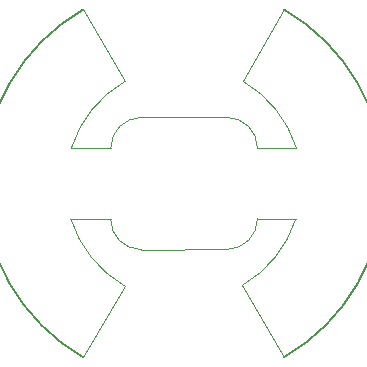
<source format=gbr>
%TF.GenerationSoftware,KiCad,Pcbnew,(7.0.0)*%
%TF.CreationDate,2024-02-03T20:29:28+01:00*%
%TF.ProjectId,Helios_emt,48656c69-6f73-45f6-956d-742e6b696361,rev?*%
%TF.SameCoordinates,PX9d5b340PY5f5e100*%
%TF.FileFunction,Profile,NP*%
%FSLAX46Y46*%
G04 Gerber Fmt 4.6, Leading zero omitted, Abs format (unit mm)*
G04 Created by KiCad (PCBNEW (7.0.0)) date 2024-02-03 20:29:28*
%MOMM*%
%LPD*%
G01*
G04 APERTURE LIST*
%TA.AperFunction,Profile*%
%ADD10C,0.100000*%
%TD*%
%TA.AperFunction,Profile*%
%ADD11C,0.150000*%
%TD*%
G04 APERTURE END LIST*
D10*
X-3604685Y-5598136D02*
X3670557Y-5583957D01*
X-4974228Y8631747D02*
X-8488077Y14729308D01*
X-9549465Y-3015620D02*
G75*
G03*
X-5000000Y-8676765I9549465J3015620D01*
G01*
X-5000000Y-8676765D02*
X-8488077Y-14729308D01*
X3670557Y-5584017D02*
G75*
G03*
X6248519Y-2998549I-4357J2582317D01*
G01*
X4973684Y-8632060D02*
G75*
G03*
X9500000Y-3000000I-4973684J8632060D01*
G01*
D11*
X-8488077Y14729307D02*
G75*
G03*
X-8488077Y-14729307I8486837J-14729307D01*
G01*
D10*
X-6169387Y2999129D02*
X-9500000Y3000000D01*
X6247047Y3010642D02*
G75*
G03*
X3661943Y5591849I-2584447J-3242D01*
G01*
X-6186036Y-3016824D02*
G75*
G03*
X-3604685Y-5598136I2581336J24D01*
G01*
X9542510Y3013424D02*
X6247033Y3010642D01*
X9500000Y-3000000D02*
X6248521Y-2998549D01*
X4973684Y-8632060D02*
X8486840Y-14729308D01*
X-4974228Y8631747D02*
G75*
G03*
X-9500000Y3000000I4974228J-8631747D01*
G01*
X-3589724Y5584485D02*
X3661943Y5591849D01*
X9542510Y3013424D02*
G75*
G03*
X5007011Y8664299I-9542510J-3013424D01*
G01*
X8486840Y14729308D02*
X5007011Y8664299D01*
X-6185997Y-3016824D02*
X-9549465Y-3015620D01*
X-3589724Y5584483D02*
G75*
G03*
X-6169385Y2999129I3724J-2583383D01*
G01*
D11*
X8486840Y-14729308D02*
G75*
G03*
X8486840Y14729308I-8486840J14729308D01*
G01*
M02*

</source>
